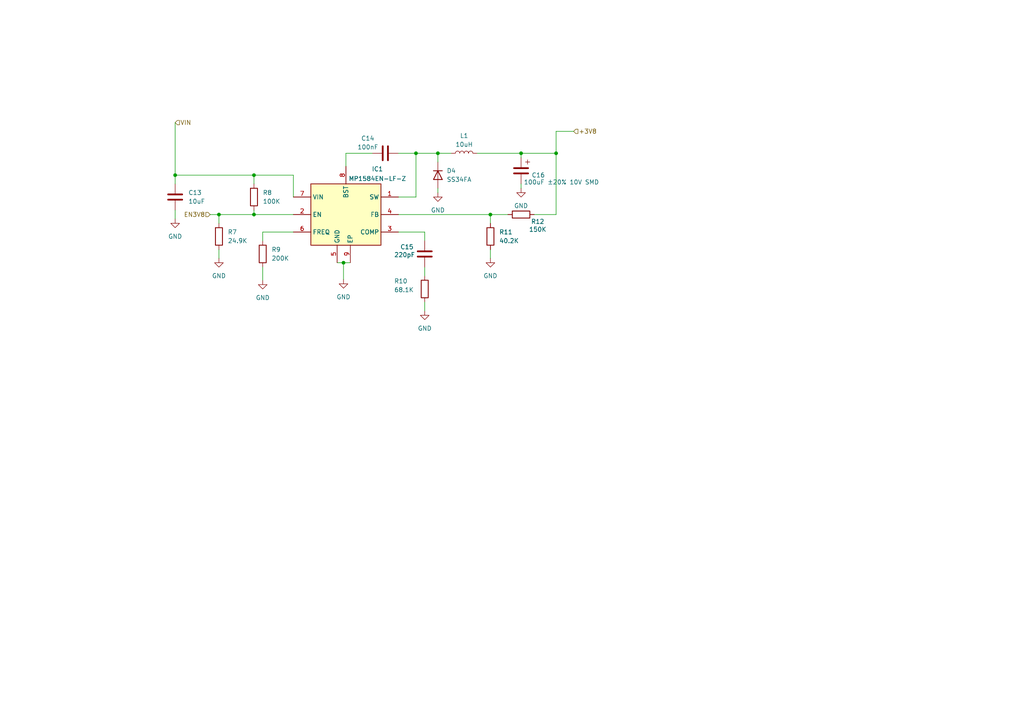
<source format=kicad_sch>
(kicad_sch (version 20250114) (generator "eeschema") (generator_version "9.0")
  (paper "A4")
  (lib_symbols
    (symbol "C_1" (pin_numbers (hide yes)) (pin_names (offset 0.254))
      (property "Reference" "C6" (at 4.318 0.254 0))
      (property "Value" "22uF 6.3V" (at 0.762 -3.302 0))
      (symbol "C_1_0_1"
        (polyline (pts (xy -2.032 0.762) (xy 2.032 0.762)) (stroke (width 0.508)))
        (polyline (pts (xy -2.032 -0.762) (xy 2.032 -0.762)) (stroke (width 0.508)))
        (polyline (pts (xy 1.27 2.54) (xy 2.54 2.54)))
        (polyline (pts (xy 1.8807 3.1826) (xy 1.8807 1.8961)))
      )
      (symbol "C_1_1_1"
        (pin passive line (at 0 3.81 270) (length 2.794) (name "~") (number "1"))
        (pin passive line (at 0 -3.81 90) (length 2.794) (name "~") (number "2"))
      )
    )
    (symbol "Device:C" (pin_numbers (hide yes)) (pin_names (offset 0.254))
      (property "Reference" "C" (at 0.635 2.54 0))
      (property "Value" "C" (at 0.635 -2.54 0))
      (symbol "C_0_1"
        (polyline (pts (xy -2.032 0.762) (xy 2.032 0.762)) (stroke (width 0.508)))
        (polyline (pts (xy -2.032 -0.762) (xy 2.032 -0.762)) (stroke (width 0.508)))
      )
      (symbol "C_1_1"
        (pin passive line (at 0 3.81 270) (length 2.794) (name "~") (number "1"))
        (pin passive line (at 0 -3.81 90) (length 2.794) (name "~") (number "2"))
      )
    )
    (symbol "Device:D" (pin_numbers (hide yes)) (pin_names (offset 1.016) (hide yes))
      (property "Reference" "D1" (at -1.2701 2.54 90))
      (property "Value" "ESDM3051" (at 1.2699 2.54 90))
      (symbol "D_0_1"
        (polyline (pts (xy -1.27 1.27) (xy -1.27 -1.27)) (stroke (width 0.254)))
        (polyline (pts (xy 1.27 1.27) (xy 1.27 -1.27) (xy -1.27 0) (xy 1.27 1.27)) (stroke (width 0.254)))
        (polyline (pts (xy 1.27 0) (xy -1.27 0)))
      )
      (symbol "D_1_1"
        (pin passive line (at -3.81 0 0) (length 2.54) (name "K") (number "1"))
        (pin passive line (at 3.81 0 180) (length 2.54) (name "A") (number "2"))
      )
    )
    (symbol "Device:L" (pin_numbers (hide yes)) (pin_names (offset 1.016) (hide yes))
      (property "Reference" "L" (at -1.27 0 90))
      (property "Value" "L" (at 1.905 0 90))
      (symbol "L_0_1"
        (arc (start 0 2.54) (mid 0.6323 1.905) (end 0 1.27))
        (arc (start 0 1.27) (mid 0.6323 0.635) (end 0 0))
        (arc (start 0 0) (mid 0.6323 -0.635) (end 0 -1.27))
        (arc (start 0 -1.27) (mid 0.6323 -1.905) (end 0 -2.54))
      )
      (symbol "L_1_1"
        (pin passive line (at 0 3.81 270) (length 1.27) (name "1") (number "1"))
        (pin passive line (at 0 -3.81 90) (length 1.27) (name "2") (number "2"))
      )
    )
    (symbol "Device:R" (pin_numbers (hide yes)) (pin_names (offset 0))
      (property "Reference" "R" (at 2.032 0 90))
      (property "Value" "R" (at 0 0 90))
      (symbol "R_0_1"
        (rectangle (start -1.016 -2.54) (end 1.016 2.54) (stroke (width 0.254)))
      )
      (symbol "R_1_1"
        (pin passive line (at 0 3.81 270) (length 1.27) (name "~") (number "1"))
        (pin passive line (at 0 -3.81 90) (length 1.27) (name "~") (number "2"))
      )
    )
    (symbol "MP1584EN:MP1584EN"
      (property "Reference" "IC?" (at 15.24 -5.08 0))
      (property "Value" "MP1584EN" (at 14.732 -7.366 0))
      (symbol "MP1584EN_1_1"
        (rectangle (start 5.08 2.54) (end 25.4 -15.24) (stroke (width 0.254)) (fill (type background)))
        (pin passive line (at 0 -1.27 0) (length 5.08) (name "VIN") (number "7"))
        (pin passive line (at 0 -6.35 0) (length 5.08) (name "EN") (number "2"))
        (pin passive line (at 0 -11.43 0) (length 5.08) (name "FREQ") (number "6"))
        (pin passive line (at 12.7 -20.32 90) (length 5.08) (name "GND") (number "5"))
        (pin passive line (at 15.24 7.62 270) (length 5.08) (name "BST") (number "8"))
        (pin passive line (at 16.51 -20.32 90) (length 5.08) (name "EP") (number "9"))
        (pin passive line (at 30.48 -1.27 180) (length 5.08) (name "SW") (number "1"))
        (pin passive line (at 30.48 -6.35 180) (length 5.08) (name "FB") (number "4"))
        (pin passive line (at 30.48 -11.43 180) (length 5.08) (name "COMP") (number "3"))
      )
    )
    (symbol "power:GND" (power) (pin_names (offset 0))
      (property "Value" "GND" (at 0 -3.81 0))
      (symbol "GND_0_1"
        (polyline (pts (xy 0 0) (xy 0 -1.27) (xy 1.27 -1.27) (xy 0 -2.54) (xy -1.27 -1.27) (xy 0 -1.27)))
      )
      (symbol "GND_1_1"
        (pin power_in line (at 0 0 270) (length 0) (hide yes) (name "GND") (number "1"))
      )
    )
  )
  (junction (at 73.66 62.23))
  (junction (at 120.65 44.45))
  (junction (at 73.66 50.8))
  (junction (at 161.29 44.45))
  (junction (at 99.6292 76.2))
  (junction (at 63.5 62.23))
  (junction (at 50.8 50.8))
  (junction (at 142.24 62.23))
  (junction (at 127 44.45))
  (junction (at 151.13 44.45))
  (wire (pts (xy 120.65 57.15) (xy 115.57 57.15)))
  (wire (pts (xy 73.66 50.8) (xy 85.09 50.8)))
  (wire (pts (xy 99.6292 76.2) (xy 101.6 76.2)))
  (wire (pts (xy 127 54.61) (xy 127 55.88)))
  (wire (pts (xy 50.8 35.56) (xy 50.8 50.8)))
  (wire (pts (xy 151.13 44.45) (xy 138.43 44.45)))
  (wire (pts (xy 127 44.45) (xy 127 46.99)))
  (wire (pts (xy 166.37 38.1) (xy 161.29 38.1)))
  (wire (pts (xy 85.09 57.15) (xy 85.09 50.8)))
  (wire (pts (xy 100.33 48.26) (xy 100.33 44.45)))
  (wire (pts (xy 60.96 62.23) (xy 63.5 62.23)))
  (wire (pts (xy 142.24 62.23) (xy 147.32 62.23)))
  (wire (pts (xy 123.19 69.85) (xy 123.19 67.31)))
  (wire (pts (xy 97.79 76.2) (xy 99.6292 76.2)))
  (wire (pts (xy 99.6292 76.2) (xy 99.6292 81.0556)))
  (wire (pts (xy 130.81 44.45) (xy 127 44.45)))
  (wire (pts (xy 85.09 67.31) (xy 76.2 67.31)))
  (wire (pts (xy 63.5 64.77) (xy 63.5 62.23)))
  (wire (pts (xy 63.5 72.39) (xy 63.5 74.93)))
  (wire (pts (xy 73.66 50.8) (xy 73.66 53.34)))
  (wire (pts (xy 50.8 60.96) (xy 50.8 63.5)))
  (wire (pts (xy 142.24 62.23) (xy 115.57 62.23)))
  (wire (pts (xy 127 44.45) (xy 120.65 44.45)))
  (wire (pts (xy 50.8 50.8) (xy 50.8 53.34)))
  (wire (pts (xy 123.19 77.47) (xy 123.19 80.01)))
  (wire (pts (xy 161.29 44.45) (xy 151.13 44.45)))
  (wire (pts (xy 123.19 67.31) (xy 115.57 67.31)))
  (wire (pts (xy 151.13 44.45) (xy 151.13 45.72)))
  (wire (pts (xy 154.94 62.23) (xy 161.29 62.23)))
  (wire (pts (xy 123.19 87.63) (xy 123.19 90.17)))
  (wire (pts (xy 115.57 44.45) (xy 120.65 44.45)))
  (wire (pts (xy 76.2 77.47) (xy 76.2 81.28)))
  (wire (pts (xy 85.09 62.23) (xy 73.66 62.23)))
  (wire (pts (xy 142.24 72.39) (xy 142.24 74.93)))
  (wire (pts (xy 142.24 64.77) (xy 142.24 62.23)))
  (wire (pts (xy 73.66 62.23) (xy 73.66 60.96)))
  (wire (pts (xy 63.5 62.23) (xy 73.66 62.23)))
  (wire (pts (xy 161.29 62.23) (xy 161.29 44.45)))
  (wire (pts (xy 100.33 44.45) (xy 107.95 44.45)))
  (wire (pts (xy 76.2 67.31) (xy 76.2 69.85)))
  (wire (pts (xy 151.13 53.34) (xy 151.13 54.61)))
  (wire (pts (xy 120.65 44.45) (xy 120.65 57.15)))
  (wire (pts (xy 50.8 50.8) (xy 73.66 50.8)))
  (wire (pts (xy 161.29 38.1) (xy 161.29 44.45)))
  (hierarchical_label "EN3V8" (shape input) (at 60.96 62.23 180))
  (hierarchical_label "VIN" (shape input) (at 50.8 35.56 0))
  (hierarchical_label "+3V8" (shape input) (at 166.37 38.1 0))
  (symbol (lib_name "C_1") (lib_id "Device:C") (at 151.13 49.53 0) (unit 1)
    (property "Reference" "C16" (at 154.178 50.8 0) (effects (justify left)))
    (property "Value" "100uF ±20% 10V SMD" (at 151.892 52.832 0) (effects (justify left)))
    (property "Footprint" "Capacitor_SMD:CP_Elec_5x4.5" (effects (hide yes)))
    (property "MPN" "KNSCHA 189RV188" (effects (hide yes)))
    (instances (project "GSM_PCBSMAFRAHT" (path "" (reference "C16") (unit 1))) (project "LM1117" (path "" (reference "C?") (unit 1)) (path "" (reference "C?") (unit 1))) (project "IO_Board" (path "" (reference "C6") (unit 1)) (path "" (reference "C6") (unit 1))))
  )
  (symbol (lib_id "Device:R") (at 76.2 73.66 0) (unit 1)
    (property "Reference" "R9" (at 78.74 72.3899 0) (effects (justify left)))
    (property "Value" "200K" (at 78.74 74.9299 0) (effects (justify left)))
    (property "Footprint" "Resistor_SMD:R_0603_1608Metric" (effects (hide yes)))
    (property "Description" "Resistor" (effects (hide yes)))
    (instances (project "GSM_PCBSMAFRAHT" (path "" (reference "R9") (unit 1))) (project "LM1117" (path "" (reference "R?") (unit 1)) (path "" (reference "R?") (unit 1))) (project "IO_Board" (path "" (reference "R19") (unit 1))))
  )
  (symbol (lib_id "power:GND") (at 151.13 54.61 0) (unit 1)
    (property "Reference" "#PWR021" (effects (hide yes)))
    (property "Value" "GND" (at 151.13 59.69 0))
    (property "Description" "Power symbol creates a global label with name \"GND\" , ground" (effects (hide yes)))
    (instances (project "GSM_PCBSMAFRAHT" (path "" (reference "#PWR021") (unit 1))) (project "LM1117" (path "" (reference "#PWR023") (unit 1)) (path "" (reference "#PWR049") (unit 1))) (project "IO_Board" (path "" (reference "#PWR031") (unit 1))))
  )
  (symbol (lib_id "Device:R") (at 63.5 68.58 0) (unit 1)
    (property "Reference" "R7" (at 66.04 67.3099 0) (effects (justify left)))
    (property "Value" "24.9K" (at 66.04 69.8499 0) (effects (justify left)))
    (property "Footprint" "Resistor_SMD:R_0603_1608Metric" (effects (hide yes)))
    (property "Description" "Resistor" (effects (hide yes)))
    (instances (project "GSM_PCBSMAFRAHT" (path "" (reference "R7") (unit 1))) (project "LM1117" (path "" (reference "R?") (unit 1)) (path "" (reference "R?") (unit 1))) (project "IO_Board" (path "" (reference "R17") (unit 1))))
  )
  (symbol (lib_id "Device:R") (at 123.19 83.82 0) (unit 1)
    (property "Reference" "R10" (at 114.3 81.534 0) (effects (justify left)))
    (property "Value" "68.1K" (at 114.3 84.074 0) (effects (justify left)))
    (property "Footprint" "Resistor_SMD:R_0603_1608Metric" (effects (hide yes)))
    (property "Description" "Resistor" (effects (hide yes)))
    (instances (project "GSM_PCBSMAFRAHT" (path "" (reference "R10") (unit 1))) (project "LM1117" (path "" (reference "R?") (unit 1)) (path "" (reference "R?") (unit 1))) (project "IO_Board" (path "" (reference "R20") (unit 1))))
  )
  (symbol (lib_id "power:GND") (at 127 55.88 0) (unit 1)
    (property "Reference" "#PWR019" (effects (hide yes)))
    (property "Value" "GND" (at 127 60.96 0))
    (property "Description" "Power symbol creates a global label with name \"GND\" , ground" (effects (hide yes)))
    (instances (project "GSM_PCBSMAFRAHT" (path "" (reference "#PWR019") (unit 1))) (project "LM1117" (path "" (reference "#PWR015") (unit 1)) (path "" (reference "#PWR045") (unit 1))) (project "IO_Board" (path "" (reference "#PWR029") (unit 1))))
  )
  (symbol (lib_id "MP1584EN:MP1584EN") (at 85.09 55.88 0) (unit 1)
    (property "Reference" "IC1" (at 109.474 49.022 0))
    (property "Value" "MP1584EN-LF-Z" (at 109.474 51.816 0))
    (property "Footprint" "Library:MP1584EN-LF-Z" (effects (hide yes)))
    (property "Description" "Switching Voltage Regulators 3A 1.5MHz 28V Nonsync Buck" (effects (hide yes)))
    (property "Height" "1.7" (effects (hide yes)))
    (property "Manufacturer_Name" "Monolithic Power Systems (MPS)" (effects (hide yes)))
    (property "Manufacturer_Part_Number" "MP1584EN" (effects (hide yes)))
    (property "MPN" "MP1584EN-LF-Z " (effects (hide yes)))
    (instances (project "GSM_PCBSMAFRAHT" (path "" (reference "IC1") (unit 1))) (project "LM1117" (path "" (reference "IC?") (unit 1)) (path "" (reference "IC?") (unit 1))) (project "IO_Board" (path "" (reference "IC1") (unit 1))))
  )
  (symbol (lib_id "power:GND") (at 63.5 74.93 0) (unit 1)
    (property "Reference" "#PWR015" (effects (hide yes)))
    (property "Value" "GND" (at 63.5 80.01 0))
    (property "Description" "Power symbol creates a global label with name \"GND\" , ground" (effects (hide yes)))
    (instances (project "GSM_PCBSMAFRAHT" (path "" (reference "#PWR015") (unit 1))) (project "LM1117" (path "" (reference "#PWR020") (unit 1)) (path "" (reference "#PWR039") (unit 1))) (project "IO_Board" (path "" (reference "#PWR025") (unit 1))))
  )
  (symbol (lib_id "power:GND") (at 142.24 74.93 0) (unit 1)
    (property "Reference" "#PWR020" (effects (hide yes)))
    (property "Value" "GND" (at 142.24 80.01 0))
    (property "Description" "Power symbol creates a global label with name \"GND\" , ground" (effects (hide yes)))
    (instances (project "GSM_PCBSMAFRAHT" (path "" (reference "#PWR020") (unit 1))) (project "LM1117" (path "" (reference "#PWR016") (unit 1)) (path "" (reference "#PWR047") (unit 1))) (project "IO_Board" (path "" (reference "#PWR030") (unit 1))))
  )
  (symbol (lib_id "power:GND") (at 123.19 90.17 0) (unit 1)
    (property "Reference" "#PWR018" (effects (hide yes)))
    (property "Value" "GND" (at 123.19 95.25 0))
    (property "Description" "Power symbol creates a global label with name \"GND\" , ground" (effects (hide yes)))
    (instances (project "GSM_PCBSMAFRAHT" (path "" (reference "#PWR018") (unit 1))) (project "LM1117" (path "" (reference "#PWR018") (unit 1)) (path "" (reference "#PWR044") (unit 1))) (project "IO_Board" (path "" (reference "#PWR028") (unit 1))))
  )
  (symbol (lib_id "Device:R") (at 142.24 68.58 0) (unit 1)
    (property "Reference" "R11" (at 144.78 67.3099 0) (effects (justify left)))
    (property "Value" "40.2K" (at 144.78 69.8499 0) (effects (justify left)))
    (property "Footprint" "Resistor_SMD:R_0603_1608Metric" (effects (hide yes)))
    (property "Description" "Resistor" (effects (hide yes)))
    (instances (project "GSM_PCBSMAFRAHT" (path "" (reference "R11") (unit 1))) (project "LM1117" (path "" (reference "R?") (unit 1)) (path "" (reference "R?") (unit 1))) (project "IO_Board" (path "" (reference "R21") (unit 1))))
  )
  (symbol (lib_id "power:GND") (at 50.8 63.5 0) (unit 1)
    (property "Reference" "#PWR014" (effects (hide yes)))
    (property "Value" "GND" (at 50.8 68.58 0))
    (property "Description" "Power symbol creates a global label with name \"GND\" , ground" (effects (hide yes)))
    (instances (project "GSM_PCBSMAFRAHT" (path "" (reference "#PWR014") (unit 1))) (project "LM1117" (path "" (reference "#PWR019") (unit 1)) (path "" (reference "#PWR038") (unit 1))) (project "IO_Board" (path "" (reference "#PWR024") (unit 1))))
  )
  (symbol (lib_id "Device:L") (at 134.62 44.45 90) (unit 1)
    (property "Reference" "L1" (at 134.62 39.37 90))
    (property "Value" "10uH" (at 134.62 41.91 90))
    (property "Footprint" "Inductor_SMD:L_7.3x7.3_H3.5" (effects (hide yes)))
    (property "Description" "1.84A 10uH ±20% SMD Power Inductors ROHS" (effects (hide yes)))
    (property "MPN" "CDRH74NP-100MC-B" (effects (hide yes)))
    (instances (project "GSM_PCBSMAFRAHT" (path "" (reference "L1") (unit 1))) (project "LM1117" (path "" (reference "L?") (unit 1)) (path "" (reference "L?") (unit 1))) (project "IO_Board" (path "" (reference "L1") (unit 1))))
  )
  (symbol (lib_id "power:GND") (at 99.6292 81.0556 0) (unit 1)
    (property "Reference" "#PWR017" (effects (hide yes)))
    (property "Value" "GND" (at 99.6292 86.1356 0))
    (property "Description" "Power symbol creates a global label with name \"GND\" , ground" (effects (hide yes)))
    (instances (project "GSM_PCBSMAFRAHT" (path "" (reference "#PWR017") (unit 1))) (project "LM1117" (path "" (reference "#PWR017") (unit 1)) (path "" (reference "#PWR043") (unit 1))) (project "IO_Board" (path "" (reference "#PWR027") (unit 1))))
  )
  (symbol (lib_id "Device:R") (at 73.66 57.15 0) (unit 1)
    (property "Reference" "R8" (at 76.2 55.8799 0) (effects (justify left)))
    (property "Value" "100K" (at 76.2 58.4199 0) (effects (justify left)))
    (property "Footprint" "Resistor_SMD:R_0603_1608Metric" (effects (hide yes)))
    (property "Description" "Resistor" (effects (hide yes)))
    (instances (project "GSM_PCBSMAFRAHT" (path "" (reference "R8") (unit 1))) (project "LM1117" (path "" (reference "R?") (unit 1)) (path "" (reference "R?") (unit 1))) (project "IO_Board" (path "" (reference "R18") (unit 1))))
  )
  (symbol (lib_id "Device:R") (at 151.13 62.23 90) (unit 1)
    (property "Reference" "R12" (at 155.956 64.262 90))
    (property "Value" "150K" (at 155.956 66.548 90))
    (property "Footprint" "Resistor_SMD:R_0603_1608Metric" (effects (hide yes)))
    (property "Description" "Resistor" (effects (hide yes)))
    (instances (project "GSM_PCBSMAFRAHT" (path "" (reference "R12") (unit 1))) (project "LM1117" (path "" (reference "R?") (unit 1)) (path "" (reference "R?") (unit 1))) (project "IO_Board" (path "" (reference "R22") (unit 1))))
  )
  (symbol (lib_id "Device:C") (at 123.19 73.66 0) (unit 1)
    (property "Reference" "C15" (at 116.078 71.628 0) (effects (justify left)))
    (property "Value" "220pF" (at 114.3 73.914 0) (effects (justify left)))
    (property "Footprint" "Capacitor_SMD:C_0603_1608Metric" (effects (hide yes)))
    (property "Description" "Unpolarized capacitor" (effects (hide yes)))
    (instances (project "GSM_PCBSMAFRAHT" (path "" (reference "C15") (unit 1))) (project "LM1117" (path "" (reference "C?") (unit 1)) (path "" (reference "C?") (unit 1))) (project "IO_Board" (path "" (reference "C4") (unit 1))))
  )
  (symbol (lib_id "Device:C") (at 111.76 44.45 90) (unit 1)
    (property "Reference" "C14" (at 106.68 40.132 90))
    (property "Value" "100nF" (at 106.68 42.672 90))
    (property "Footprint" "Capacitor_SMD:C_0603_1608Metric" (effects (hide yes)))
    (property "Description" "Unpolarized capacitor" (effects (hide yes)))
    (instances (project "GSM_PCBSMAFRAHT" (path "" (reference "C14") (unit 1))) (project "LM1117" (path "" (reference "C?") (unit 1)) (path "" (reference "C?") (unit 1))) (project "IO_Board" (path "" (reference "C3") (unit 1))))
  )
  (symbol (lib_id "Device:D") (at 127 50.8 270) (unit 1)
    (property "Reference" "D4" (at 129.54 49.5299 90) (effects (justify left)))
    (property "Value" "SS34FA" (at 129.54 52.0699 90) (effects (justify left)))
    (property "Footprint" "Library:SS4FA" (effects (hide yes)))
    (property "Description" "40V Single 3A 0.5V@3A SOD-123FL Schottky Barrier Diodes (SBD) ROHS" (effects (hide yes)))
    (property "Sim.Device" "D" (effects (hide yes)))
    (property "Sim.Pins" "1=K 2=A" (effects (hide yes)))
    (property "MPN" "SS34FA" (effects (hide yes)))
    (instances (project "GSM_PCBSMAFRAHT" (path "" (reference "D4") (unit 1))) (project "LM1117" (path "" (reference "D?") (unit 1)) (path "" (reference "D?") (unit 1))) (project "IO_Board" (path "" (reference "D1") (unit 1))))
  )
  (symbol (lib_id "power:GND") (at 76.2 81.28 0) (unit 1)
    (property "Reference" "#PWR016" (effects (hide yes)))
    (property "Value" "GND" (at 76.2 86.36 0))
    (property "Description" "Power symbol creates a global label with name \"GND\" , ground" (effects (hide yes)))
    (instances (project "GSM_PCBSMAFRAHT" (path "" (reference "#PWR016") (unit 1))) (project "LM1117" (path "" (reference "#PWR022") (unit 1)) (path "" (reference "#PWR040") (unit 1))) (project "IO_Board" (path "" (reference "#PWR026") (unit 1))))
  )
  (symbol (lib_id "Device:C") (at 50.8 57.15 0) (unit 1)
    (property "Reference" "C13" (at 54.61 55.8799 0) (effects (justify left)))
    (property "Value" "10uF" (at 54.61 58.4199 0) (effects (justify left)))
    (property "Footprint" "Capacitor_SMD:C_1206_3216Metric" (effects (hide yes)))
    (property "Description" "Unpolarized capacitor" (effects (hide yes)))
    (instances (project "GSM_PCBSMAFRAHT" (path "" (reference "C13") (unit 1))) (project "LM1117" (path "" (reference "C?") (unit 1)) (path "" (reference "C?") (unit 1))) (project "IO_Board" (path "" (reference "C1") (unit 1))))
  )
)
</source>
